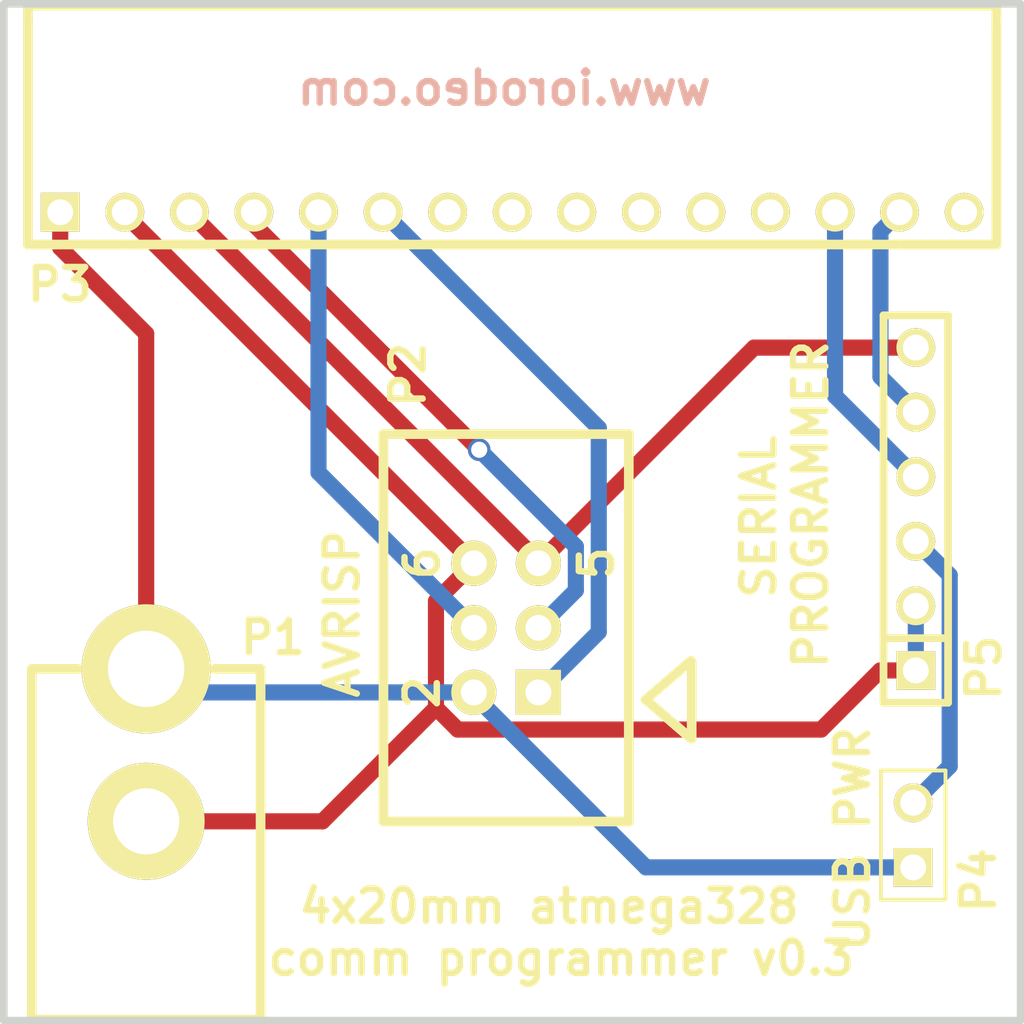
<source format=kicad_pcb>
(kicad_pcb (version 3) (host pcbnew "(2013-jul-07)-stable")

  (general
    (links 15)
    (no_connects 0)
    (area 47.63262 49.627499 90.150001 90.406221)
    (thickness 1.6)
    (drawings 9)
    (tracks 42)
    (zones 0)
    (modules 5)
    (nets 10)
  )

  (page A4)
  (layers
    (15 F.Cu signal)
    (0 B.Cu signal)
    (16 B.Adhes user)
    (17 F.Adhes user)
    (18 B.Paste user)
    (19 F.Paste user)
    (20 B.SilkS user)
    (21 F.SilkS user)
    (22 B.Mask user)
    (23 F.Mask user)
    (24 Dwgs.User user)
    (25 Cmts.User user)
    (26 Eco1.User user)
    (27 Eco2.User user)
    (28 Edge.Cuts user)
  )

  (setup
    (last_trace_width 0.635)
    (trace_clearance 0.254)
    (zone_clearance 0.508)
    (zone_45_only no)
    (trace_min 0.254)
    (segment_width 0.2)
    (edge_width 0.1)
    (via_size 0.889)
    (via_drill 0.635)
    (via_min_size 0.889)
    (via_min_drill 0.508)
    (uvia_size 0.508)
    (uvia_drill 0.127)
    (uvias_allowed no)
    (uvia_min_size 0.508)
    (uvia_min_drill 0.127)
    (pcb_text_width 0.3)
    (pcb_text_size 1.5 1.5)
    (mod_edge_width 0.15)
    (mod_text_size 1 1)
    (mod_text_width 0.15)
    (pad_size 1.5 1.5)
    (pad_drill 0.6)
    (pad_to_mask_clearance 0)
    (aux_axis_origin 0 0)
    (visible_elements FFFFFF7F)
    (pcbplotparams
      (layerselection 284196865)
      (usegerberextensions true)
      (excludeedgelayer true)
      (linewidth 0.150000)
      (plotframeref false)
      (viasonmask false)
      (mode 1)
      (useauxorigin false)
      (hpglpennumber 1)
      (hpglpenspeed 20)
      (hpglpendiameter 15)
      (hpglpenoverlay 2)
      (psnegative false)
      (psa4output false)
      (plotreference true)
      (plotvalue true)
      (plotothertext true)
      (plotinvisibletext false)
      (padsonsilk false)
      (subtractmaskfromsilk false)
      (outputformat 1)
      (mirror false)
      (drillshape 0)
      (scaleselection 1)
      (outputdirectory gerber_v0p3/))
  )

  (net 0 "")
  (net 1 +5V)
  (net 2 /MISO)
  (net 3 /MOSI)
  (net 4 /RX)
  (net 5 /SCK)
  (net 6 /TX)
  (net 7 /~RST)
  (net 8 GND)
  (net 9 N-0000013)

  (net_class Default "This is the default net class."
    (clearance 0.254)
    (trace_width 0.635)
    (via_dia 0.889)
    (via_drill 0.635)
    (uvia_dia 0.508)
    (uvia_drill 0.127)
    (add_net "")
    (add_net +5V)
    (add_net /MISO)
    (add_net /MOSI)
    (add_net /RX)
    (add_net /SCK)
    (add_net /TX)
    (add_net /~RST)
    (add_net GND)
    (add_net N-0000013)
  )

  (module DCJACK_2PIN (layer F.Cu) (tedit 52412CDE) (tstamp 5240C0DC)
    (at 55.6006 76.1619 270)
    (path /5240B8CC)
    (fp_text reference P1 (at -1.2319 -4.9784 360) (layer F.SilkS)
      (effects (font (size 1.27 1.27) (thickness 0.254)))
    )
    (fp_text value CONN_2 (at 7.8994 6.79958 270) (layer F.SilkS) hide
      (effects (font (size 1.524 1.524) (thickness 0.3048)))
    )
    (fp_line (start 0 -2.70002) (end 0 -4.50088) (layer F.SilkS) (width 0.381))
    (fp_line (start 0 -4.50088) (end 13.79982 -4.50088) (layer F.SilkS) (width 0.381))
    (fp_line (start 13.79982 -4.50088) (end 13.79982 4.39928) (layer F.SilkS) (width 0.381))
    (fp_line (start 13.79982 4.39928) (end 13.79982 4.50088) (layer F.SilkS) (width 0.381))
    (fp_line (start 13.79982 4.50088) (end 0 4.50088) (layer F.SilkS) (width 0.381))
    (fp_line (start 0 4.50088) (end 0 2.70002) (layer F.SilkS) (width 0.381))
    (pad 1 thru_hole circle (at 0 0 270) (size 5.08 5.08) (drill 2.99974)
      (layers *.Cu *.Mask F.SilkS)
      (net 1 +5V)
    )
    (pad 2 thru_hole circle (at 5.99948 0 270) (size 4.59994 4.59994) (drill 2.60096)
      (layers *.Cu *.Mask F.SilkS)
      (net 8 GND)
    )
  )

  (module 3X2_SHRD_HEADER (layer F.Cu) (tedit 52412CF1) (tstamp 5240C0F0)
    (at 69.7611 74.549 90)
    (path /5240BA0F)
    (fp_text reference P2 (at 9.9568 -3.8608 90) (layer F.SilkS)
      (effects (font (size 1.27 1.27) (thickness 0.254)))
    )
    (fp_text value CONN_3X2 (at 5.19938 6.2992 90) (layer F.SilkS) hide
      (effects (font (size 1.524 1.524) (thickness 0.3048)))
    )
    (fp_text user 5 (at 2.54 3.556 90) (layer F.SilkS)
      (effects (font (size 1.27 1.27) (thickness 0.254)))
    )
    (fp_text user 6 (at 2.54 -3.302 90) (layer F.SilkS)
      (effects (font (size 1.27 1.27) (thickness 0.254)))
    )
    (fp_line (start -7.62 4.826) (end 7.62 4.826) (layer F.SilkS) (width 0.381))
    (fp_line (start -7.62 -4.826) (end 7.62 -4.826) (layer F.SilkS) (width 0.381))
    (fp_line (start 7.62 -4.826) (end 7.62 4.826) (layer F.SilkS) (width 0.381))
    (fp_line (start -7.62 4.826) (end -7.62 -4.826) (layer F.SilkS) (width 0.381))
    (fp_line (start -4.36118 7.29996) (end -1.3589 7.29996) (layer F.SilkS) (width 0.381))
    (fp_text user 2 (at -2.54 -3.302 90) (layer F.SilkS)
      (effects (font (size 1.27 1.27) (thickness 0.254)))
    )
    (fp_line (start -2.82448 5.48894) (end -4.34848 7.26694) (layer F.SilkS) (width 0.381))
    (fp_line (start -1.30048 7.2644) (end -2.82448 5.4864) (layer F.SilkS) (width 0.381))
    (pad 1 thru_hole rect (at -2.54 1.27 90) (size 1.778 1.778) (drill 1.016)
      (layers *.Cu *.Mask F.SilkS)
      (net 2 /MISO)
    )
    (pad 2 thru_hole circle (at -2.54 -1.27 90) (size 1.778 1.778) (drill 1.016)
      (layers *.Cu *.Mask F.SilkS)
      (net 1 +5V)
    )
    (pad 3 thru_hole circle (at 0 1.27 90) (size 1.778 1.778) (drill 1.016)
      (layers *.Cu *.Mask F.SilkS)
      (net 5 /SCK)
    )
    (pad 4 thru_hole circle (at 0 -1.27 90) (size 1.778 1.778) (drill 1.016)
      (layers *.Cu *.Mask F.SilkS)
      (net 3 /MOSI)
    )
    (pad 5 thru_hole circle (at 2.54 1.27 90) (size 1.778 1.778) (drill 1.016)
      (layers *.Cu *.Mask F.SilkS)
      (net 7 /~RST)
    )
    (pad 6 thru_hole circle (at 2.54 -1.27 90) (size 1.778 1.778) (drill 1.016)
      (layers *.Cu *.Mask F.SilkS)
      (net 8 GND)
    )
  )

  (module HEADER_TOP (layer F.Cu) (tedit 52412CCB) (tstamp 5240C10D)
    (at 70 58.2)
    (path /5240B882)
    (fp_text reference P3 (at -17.8 2.85) (layer F.SilkS)
      (effects (font (size 1.27 1.27) (thickness 0.254)))
    )
    (fp_text value CONN15 (at 7.62 -4.572) (layer F.SilkS) hide
      (effects (font (size 1.524 1.524) (thickness 0.3048)))
    )
    (fp_line (start 15.24 -8.128) (end 19.05 -8.128) (layer F.SilkS) (width 0.381))
    (fp_line (start 19.05 -8.128) (end 19.05 -7.366) (layer F.SilkS) (width 0.381))
    (fp_line (start -15.24 -8.128) (end -19.05 -8.128) (layer F.SilkS) (width 0.381))
    (fp_line (start -19.05 -8.128) (end -19.05 -7.62) (layer F.SilkS) (width 0.381))
    (fp_line (start -15.24 1.27) (end -19.05 1.27) (layer F.SilkS) (width 0.381))
    (fp_line (start -19.05 1.27) (end -19.05 -7.62) (layer F.SilkS) (width 0.381))
    (fp_line (start 15.24 1.27) (end 19.05 1.27) (layer F.SilkS) (width 0.381))
    (fp_line (start 19.05 1.27) (end 19.05 -7.62) (layer F.SilkS) (width 0.381))
    (fp_line (start 15.24 1.27) (end -15.24 1.27) (layer F.SilkS) (width 0.381))
    (fp_line (start -15.24 -8.128) (end 15.24 -8.128) (layer F.SilkS) (width 0.381))
    (pad 1 thru_hole rect (at -17.78 0) (size 1.524 1.524) (drill 1.016)
      (layers *.Cu *.Mask F.SilkS)
      (net 1 +5V)
    )
    (pad 2 thru_hole circle (at -15.24 0) (size 1.524 1.524) (drill 1.016)
      (layers *.Cu *.Mask F.SilkS)
      (net 8 GND)
    )
    (pad 3 thru_hole circle (at -12.7 0) (size 1.524 1.524) (drill 1.016)
      (layers *.Cu *.Mask F.SilkS)
      (net 7 /~RST)
    )
    (pad 4 thru_hole circle (at -10.16 0) (size 1.524 1.524) (drill 1.016)
      (layers *.Cu *.Mask F.SilkS)
      (net 5 /SCK)
    )
    (pad 5 thru_hole circle (at -7.62 0) (size 1.524 1.524) (drill 1.016)
      (layers *.Cu *.Mask F.SilkS)
      (net 3 /MOSI)
    )
    (pad 6 thru_hole circle (at -5.08 0) (size 1.524 1.524) (drill 1.016)
      (layers *.Cu *.Mask F.SilkS)
      (net 2 /MISO)
    )
    (pad 7 thru_hole circle (at -2.54 0) (size 1.524 1.524) (drill 1.016)
      (layers *.Cu *.Mask F.SilkS)
    )
    (pad 8 thru_hole circle (at 0 0) (size 1.524 1.524) (drill 1.016)
      (layers *.Cu *.Mask F.SilkS)
    )
    (pad 9 thru_hole circle (at 2.54 0) (size 1.524 1.524) (drill 1.016)
      (layers *.Cu *.Mask F.SilkS)
    )
    (pad 10 thru_hole circle (at 5.08 0) (size 1.524 1.524) (drill 1.016)
      (layers *.Cu *.Mask F.SilkS)
    )
    (pad 11 thru_hole circle (at 7.62 0) (size 1.524 1.524) (drill 1.016)
      (layers *.Cu *.Mask F.SilkS)
    )
    (pad 12 thru_hole circle (at 10.16 0) (size 1.524 1.524) (drill 1.016)
      (layers *.Cu *.Mask F.SilkS)
    )
    (pad 13 thru_hole circle (at 12.7 0) (size 1.524 1.524) (drill 1.016)
      (layers *.Cu *.Mask F.SilkS)
      (net 4 /RX)
    )
    (pad 14 thru_hole circle (at 15.24 0) (size 1.524 1.524) (drill 1.016)
      (layers *.Cu *.Mask F.SilkS)
      (net 6 /TX)
    )
    (pad 15 thru_hole circle (at 17.78 0) (size 1.524 1.524) (drill 1.016)
      (layers *.Cu *.Mask F.SilkS)
    )
  )

  (module PIN_ARRAY_2X1 (layer F.Cu) (tedit 52412D12) (tstamp 52412C7A)
    (at 85.7758 82.7024 90)
    (descr "Connecteurs 2 pins")
    (tags "CONN DEV")
    (path /52412B1A)
    (fp_text reference P4 (at -1.778 2.5654 90) (layer F.SilkS)
      (effects (font (size 1.27 1.27) (thickness 0.254)))
    )
    (fp_text value CONN_2 (at 0 -1.905 90) (layer F.SilkS) hide
      (effects (font (size 0.762 0.762) (thickness 0.1524)))
    )
    (fp_line (start -2.54 1.27) (end -2.54 -1.27) (layer F.SilkS) (width 0.1524))
    (fp_line (start -2.54 -1.27) (end 2.54 -1.27) (layer F.SilkS) (width 0.1524))
    (fp_line (start 2.54 -1.27) (end 2.54 1.27) (layer F.SilkS) (width 0.1524))
    (fp_line (start 2.54 1.27) (end -2.54 1.27) (layer F.SilkS) (width 0.1524))
    (pad 1 thru_hole rect (at -1.27 0 90) (size 1.524 1.524) (drill 1.016)
      (layers *.Cu *.Mask F.SilkS)
      (net 1 +5V)
    )
    (pad 2 thru_hole circle (at 1.27 0 90) (size 1.524 1.524) (drill 1.016)
      (layers *.Cu *.Mask F.SilkS)
      (net 9 N-0000013)
    )
    (model pin_array/pins_array_2x1.wrl
      (at (xyz 0 0 0))
      (scale (xyz 1 1 1))
      (rotate (xyz 0 0 0))
    )
  )

  (module PIN_ARRAY-6X1 (layer F.Cu) (tedit 52412D02) (tstamp 52412C89)
    (at 85.8774 69.8754 90)
    (descr "Connecteur 6 pins")
    (tags "CONN DEV")
    (path /524129A8)
    (fp_text reference P5 (at -6.2484 2.6797 90) (layer F.SilkS)
      (effects (font (size 1.27 1.27) (thickness 0.254)))
    )
    (fp_text value CONN_6 (at 0 2.159 90) (layer F.SilkS) hide
      (effects (font (size 1.016 0.889) (thickness 0.2032)))
    )
    (fp_line (start -7.62 1.27) (end -7.62 -1.27) (layer F.SilkS) (width 0.3048))
    (fp_line (start -7.62 -1.27) (end 7.62 -1.27) (layer F.SilkS) (width 0.3048))
    (fp_line (start 7.62 -1.27) (end 7.62 1.27) (layer F.SilkS) (width 0.3048))
    (fp_line (start 7.62 1.27) (end -7.62 1.27) (layer F.SilkS) (width 0.3048))
    (fp_line (start -5.08 1.27) (end -5.08 -1.27) (layer F.SilkS) (width 0.3048))
    (pad 1 thru_hole rect (at -6.35 0 90) (size 1.524 1.524) (drill 1.016)
      (layers *.Cu *.Mask F.SilkS)
      (net 8 GND)
    )
    (pad 2 thru_hole circle (at -3.81 0 90) (size 1.524 1.524) (drill 1.016)
      (layers *.Cu *.Mask F.SilkS)
      (net 8 GND)
    )
    (pad 3 thru_hole circle (at -1.27 0 90) (size 1.524 1.524) (drill 1.016)
      (layers *.Cu *.Mask F.SilkS)
      (net 9 N-0000013)
    )
    (pad 4 thru_hole circle (at 1.27 0 90) (size 1.524 1.524) (drill 1.016)
      (layers *.Cu *.Mask F.SilkS)
      (net 4 /RX)
    )
    (pad 5 thru_hole circle (at 3.81 0 90) (size 1.524 1.524) (drill 1.016)
      (layers *.Cu *.Mask F.SilkS)
      (net 6 /TX)
    )
    (pad 6 thru_hole circle (at 6.35 0 90) (size 1.524 1.524) (drill 1.016)
      (layers *.Cu *.Mask F.SilkS)
      (net 7 /~RST)
    )
    (model pin_array/pins_array_6x1.wrl
      (at (xyz 0 0 0))
      (scale (xyz 1 1 1))
      (rotate (xyz 0 0 0))
    )
  )

  (gr_text "4x20mm atmega328 \ncomm programmer v0.3" (at 71.9328 86.5251) (layer F.SilkS)
    (effects (font (size 1.27 1.27) (thickness 0.254)))
  )
  (gr_text "USB PWR" (at 83.3882 82.8548 90) (layer F.SilkS)
    (effects (font (size 1.27 1.27) (thickness 0.254)))
  )
  (gr_text "SERIAL \nPROGRAMMER" (at 80.7212 69.6976 90) (layer F.SilkS)
    (effects (font (size 1.27 1.27) (thickness 0.254)))
  )
  (gr_text www.iorodeo.com (at 69.6849 53.3146) (layer B.SilkS)
    (effects (font (size 1.27 1.27) (thickness 0.254)) (justify mirror))
  )
  (gr_text AVRISP (at 63.3095 73.9902 90) (layer F.SilkS)
    (effects (font (size 1.27 1.27) (thickness 0.254)))
  )
  (gr_line (start 90 90) (end 90 50) (angle 90) (layer Edge.Cuts) (width 0.3))
  (gr_line (start 50 90) (end 90 90) (angle 90) (layer Edge.Cuts) (width 0.3))
  (gr_line (start 50 50) (end 50 90) (angle 90) (layer Edge.Cuts) (width 0.3))
  (gr_line (start 90 50) (end 50 50) (angle 90) (layer Edge.Cuts) (width 0.3))

  (segment (start 55.6006 62.9776) (end 52.22 59.597) (width 0.635) (layer F.Cu) (net 1))
  (segment (start 55.6006 76.1619) (end 55.6006 62.9776) (width 0.635) (layer F.Cu) (net 1))
  (segment (start 52.22 58.2) (end 52.22 59.597) (width 0.635) (layer F.Cu) (net 1))
  (segment (start 68.4911 77.1978) (end 68.4911 77.089) (width 0.635) (layer B.Cu) (net 1))
  (segment (start 75.2657 83.9724) (end 68.4911 77.1978) (width 0.635) (layer B.Cu) (net 1))
  (segment (start 85.7758 83.9724) (end 75.2657 83.9724) (width 0.635) (layer B.Cu) (net 1))
  (segment (start 56.5277 77.089) (end 55.6006 76.1619) (width 0.635) (layer B.Cu) (net 1))
  (segment (start 68.4911 77.089) (end 56.5277 77.089) (width 0.635) (layer B.Cu) (net 1))
  (segment (start 73.4055 66.6855) (end 64.92 58.2) (width 0.635) (layer B.Cu) (net 2))
  (segment (start 73.4055 74.7146) (end 73.4055 66.6855) (width 0.635) (layer B.Cu) (net 2))
  (segment (start 71.0311 77.089) (end 73.4055 74.7146) (width 0.635) (layer B.Cu) (net 2))
  (segment (start 62.38 68.4379) (end 68.4911 74.549) (width 0.635) (layer B.Cu) (net 3))
  (segment (start 62.38 58.2) (end 62.38 68.4379) (width 0.635) (layer B.Cu) (net 3))
  (segment (start 82.7 65.428) (end 82.7 58.2) (width 0.635) (layer B.Cu) (net 4))
  (segment (start 85.8774 68.6054) (end 82.7 65.428) (width 0.635) (layer B.Cu) (net 4))
  (via (at 68.7012 67.5439) (size 0.889) (layers F.Cu B.Cu) (net 5))
  (segment (start 72.5041 73.076) (end 71.0311 74.549) (width 0.635) (layer B.Cu) (net 5))
  (segment (start 72.5041 71.3468) (end 72.5041 73.076) (width 0.635) (layer B.Cu) (net 5))
  (segment (start 68.7012 67.5439) (end 72.5041 71.3468) (width 0.635) (layer B.Cu) (net 5))
  (segment (start 59.84 58.6827) (end 68.7012 67.5439) (width 0.635) (layer F.Cu) (net 5))
  (segment (start 59.84 58.2) (end 59.84 58.6827) (width 0.635) (layer F.Cu) (net 5))
  (segment (start 84.4862 58.9538) (end 85.24 58.2) (width 0.635) (layer B.Cu) (net 6))
  (segment (start 84.4862 64.6742) (end 84.4862 58.9538) (width 0.635) (layer B.Cu) (net 6))
  (segment (start 85.8774 66.0654) (end 84.4862 64.6742) (width 0.635) (layer B.Cu) (net 6))
  (segment (start 71.0701 71.97) (end 57.3 58.2) (width 0.635) (layer F.Cu) (net 7))
  (segment (start 79.5147 63.5254) (end 71.0701 71.97) (width 0.635) (layer F.Cu) (net 7))
  (segment (start 85.8774 63.5254) (end 79.5147 63.5254) (width 0.635) (layer F.Cu) (net 7))
  (segment (start 71.0701 71.97) (end 71.0311 72.009) (width 0.635) (layer F.Cu) (net 7))
  (segment (start 85.8774 73.6854) (end 85.8774 76.2254) (width 0.635) (layer B.Cu) (net 8))
  (segment (start 85.8774 76.2254) (end 84.4804 76.2254) (width 0.635) (layer F.Cu) (net 8))
  (segment (start 54.76 58.2779) (end 68.4911 72.009) (width 0.635) (layer F.Cu) (net 8))
  (segment (start 54.76 58.2) (end 54.76 58.2779) (width 0.635) (layer F.Cu) (net 8))
  (segment (start 62.5375 82.1614) (end 55.6006 82.1614) (width 0.635) (layer F.Cu) (net 8))
  (segment (start 67.0014 77.6975) (end 62.5375 82.1614) (width 0.635) (layer F.Cu) (net 8))
  (segment (start 67.855 78.5511) (end 67.0014 77.6975) (width 0.635) (layer F.Cu) (net 8))
  (segment (start 82.1547 78.5511) (end 67.855 78.5511) (width 0.635) (layer F.Cu) (net 8))
  (segment (start 84.4804 76.2254) (end 82.1547 78.5511) (width 0.635) (layer F.Cu) (net 8))
  (segment (start 67.0014 73.4987) (end 68.4911 72.009) (width 0.635) (layer F.Cu) (net 8))
  (segment (start 67.0014 77.6975) (end 67.0014 73.4987) (width 0.635) (layer F.Cu) (net 8))
  (segment (start 87.2113 79.9969) (end 85.7758 81.4324) (width 0.635) (layer B.Cu) (net 9))
  (segment (start 87.2113 72.4793) (end 87.2113 79.9969) (width 0.635) (layer B.Cu) (net 9))
  (segment (start 85.8774 71.1454) (end 87.2113 72.4793) (width 0.635) (layer B.Cu) (net 9))

)

</source>
